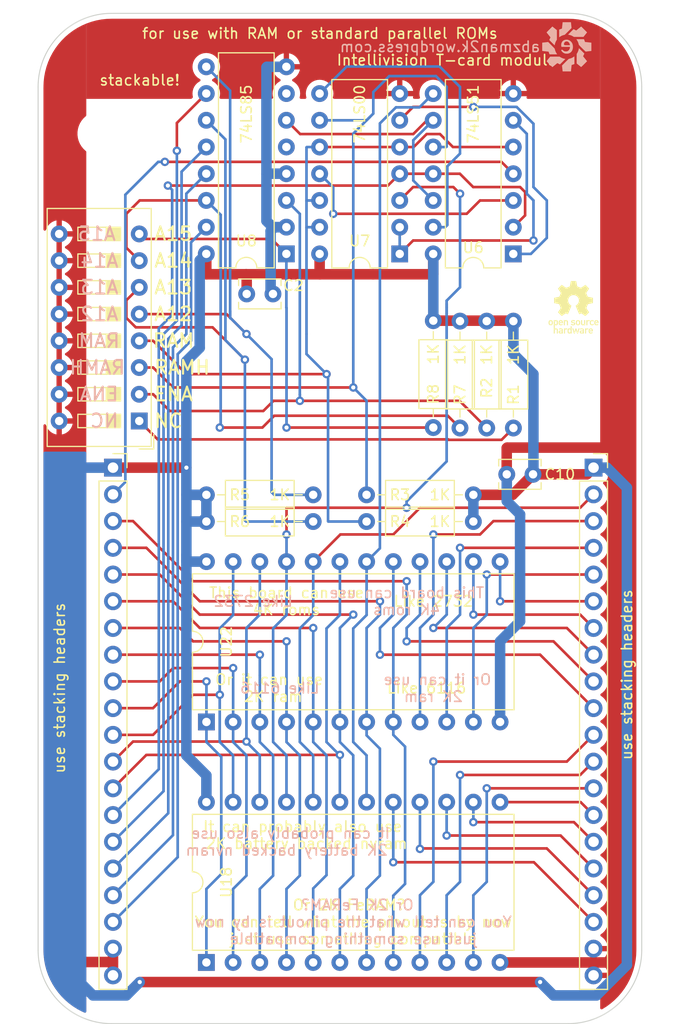
<source format=kicad_pcb>
(kicad_pcb (version 20211014) (generator pcbnew)
  (layers (0 "F.Cu" signal) (31 "B.Cu" signal) (34 "B.Paste" user) (35 "F.Paste" user) (36 "B.SilkS" user "B.Silkscreen") (37 "F.SilkS" user "F.Silkscreen") (38 "B.Mask" user) (39 "F.Mask" user) (44 "Edge.Cuts" user))
  (net 0 "")
  (net 1 "+5V")
  (net 2 "GND")
  (net 3 "d7")
  (net 4 "d8")
  (net 5 "d6")
  (net 6 "d9")
  (net 7 "d5")
  (net 8 "d10")
  (net 9 "d4")
  (net 10 "d11")
  (net 11 "d3")
  (net 12 "d12")
  (net 13 "d13")
  (net 14 "d2")
  (net 15 "d14")
  (net 16 "d1")
  (net 17 "d0")
  (net 18 "d15")
  (net 19 "Net-(R1-Pad2)")
  (net 20 "/Rom Section Intellivision 1/ena")
  (net 21 "/Rom Section Intellivision 1/ramh")
  (net 22 "/Rom Section Intellivision 1/ram")
  (net 23 "Net-(R5-Pad2)")
  (net 24 "Net-(R6-Pad2)")
  (net 25 "Net-(R7-Pad2)")
  (net 26 "Net-(R8-Pad2)")
  (net 27 "a8")
  (net 28 "a12")
  (net 29 "a9")
  (net 30 "a13")
  (net 31 "a10")
  (net 32 "a14")
  (net 33 "a11")
  (net 34 "a15")
  (net 35 "a0")
  (net 36 "a4")
  (net 37 "a1")
  (net 38 "a5")
  (net 39 "a2")
  (net 40 "a6")
  (net 41 "a3")
  (net 42 "a7")
  (net 43 "/Rom Section Intellivision 1/DW")
  (net 44 "/Rom Section Intellivision 1/DWS or BAR")
  (net 45 "Net-(U6-Pad6)")
  (net 46 "Net-(U18-Pad18)")
  (net 47 "Net-(U18-Pad21)")
  (net 48 "Net-(U6-Pad1)")
  (net 49 "Net-(U6-Pad12)")
  (net 50 "Net-(U6-Pad3)")
  (net 51 "Net-(U6-Pad13)")
  (footprint "Resistor_THT:R_Axial_DIN0207_L6.3mm_D2.5mm_P10.16mm_Horizontal" (layer "F.Cu") (at 105.405 66.0825)
    (fp_text reference "R6")
    (fp_text value "1K")
  )
  (footprint "Resistor_THT:R_Axial_DIN0207_L6.3mm_D2.5mm_P10.16mm_Horizontal" (layer "F.Cu") (at 134.615 47.0325 -90)
    (fp_text reference "R1")
    (fp_text value "1K")
  )
  (footprint "Resistor_THT:R_Axial_DIN0207_L6.3mm_D2.5mm_P10.16mm_Horizontal" (layer "F.Cu") (at 132.075 47.0325 -90)
    (fp_text reference "R2")
    (fp_text value "1K")
  )
  (footprint "MountingHole:MountingHole_3.2mm_M3" (layer "F.Cu") (at 95.25 29.21)
    (fp_text reference "REF**" hide)
    (fp_text value "MountingHole_3.2mm_M3")
  )
  (footprint "MountingHole:MountingHole_3.2mm_M3" (layer "F.Cu") (at 140.335 29.21)
    (fp_text reference "REF**" hide)
    (fp_text value "MountingHole_3.2mm_M3")
  )
  (footprint "Capacitor_THT:C_Disc_D3.8mm_W2.6mm_P2.50mm" (layer "F.Cu") (at 109.24 44.45)
    (fp_text reference "C2")
    (fp_text value "100nF")
  )
  (footprint "Package_DIP:DIP-24_W15.24mm" (layer "F.Cu") (at 105.405 107.9925 90)
    (fp_text reference "U18")
    (fp_text value "2732")
  )
  (footprint "Package_DIP:DIP-16_W7.62mm" (layer "F.Cu") (at 113.015 40.64 180)
    (fp_text reference "U8")
    (fp_text value "74LS85")
  )
  (footprint "Connector_PinSocket_2.54mm:PinSocket_1x20_P2.54mm_Vertical" (layer "F.Cu") (at 142.24 60.96)
    (fp_text reference "J2" hide)
    (fp_text value "Conn_01x20")
  )
  (footprint "Resistor_THT:R_Axial_DIN0207_L6.3mm_D2.5mm_P10.16mm_Horizontal" (layer "F.Cu") (at 130.805 63.5425 180)
    (fp_text reference "R3")
    (fp_text value "1K")
  )
  (footprint "Resistor_THT:R_Axial_DIN0207_L6.3mm_D2.5mm_P10.16mm_Horizontal" (layer "F.Cu") (at 130.805 66.0825 180)
    (fp_text reference "R4")
    (fp_text value "1K")
  )
  (footprint "Package_DIP:DIP-24_W15.24mm" (layer "F.Cu") (at 105.41 85.1325 90)
    (fp_text reference "U22")
    (fp_text value "2732")
  )
  (footprint "Button_Switch_THT:SW_DIP_SPSTx08_Slide_9.78x22.5mm_W7.62mm_P2.54mm" (layer "F.Cu") (at 99.0175 56.525 180)
    (fp_text reference "SW1" hide)
    (fp_text value "SW_DIP_x08")
  )
  (footprint "Resistor_THT:R_Axial_DIN0207_L6.3mm_D2.5mm_P10.16mm_Horizontal" (layer "F.Cu") (at 126.995 46.99 -90)
    (fp_text reference "R8")
    (fp_text value "1K")
  )
  (footprint "Package_DIP:DIP-14_W7.62mm" (layer "F.Cu") (at 134.605 40.645 180)
    (fp_text reference "U6")
    (fp_text value "74LS51")
  )
  (footprint "Capacitor_THT:C_Disc_D3.8mm_W2.6mm_P2.50mm" (layer "F.Cu") (at 136.485 61.595 180)
    (fp_text reference "C10")
    (fp_text value "100nF")
  )
  (footprint "Connector_PinSocket_2.54mm:PinSocket_1x20_P2.54mm_Vertical" (layer "F.Cu") (at 96.52 60.96)
    (fp_text reference "J3" hide)
    (fp_text value "Conn_01x20")
  )
  (footprint "Resistor_THT:R_Axial_DIN0207_L6.3mm_D2.5mm_P10.16mm_Horizontal" (layer "F.Cu") (at 105.405 63.5425)
    (fp_text reference "R5")
    (fp_text value "1K")
  )
  (footprint "Resistor_THT:R_Axial_DIN0207_L6.3mm_D2.5mm_P10.16mm_Horizontal" (layer "F.Cu") (at 129.535 47.0325 -90)
    (fp_text reference "R7")
    (fp_text value "1K")
  )
  (footprint "Evan's misc parts:OSHW gear" (layer "F.Cu") (at 140.335 45.72)
    (fp_text reference "G***" hide)
    (fp_text value "LOGO" hide)
  )
  (footprint "Package_DIP:DIP-14_W7.62mm" (layer "F.Cu") (at 123.8 40.645 180)
    (fp_text reference "U7")
    (fp_text value "74LS00")
  )
  (footprint "Evan's misc parts:Evan Logo" (layer "B.Cu") (at 139.7 20.955 180)
    (fp_text reference "G***" hide)
    (fp_text value "LOGO" hide)
  )
  (gr_arc (start 139.840859 17.78) (mid 144.78 19.825859) (end 146.825859 24.765) (layer "Edge.Cuts") (width 0.1))
  (gr_arc (start 96.379141 113.805859) (mid 91.44 111.76) (end 89.394141 106.820859) (layer "Edge.Cuts") (width 0.1))
  (gr_line (start 96.379141 17.78) (end 139.840859 17.78) (layer "Edge.Cuts") (width 0.1))
  (gr_arc (start 146.825859 106.820859) (mid 144.78 111.76) (end 139.840859 113.805859) (layer "Edge.Cuts") (width 0.1))
  (gr_line (start 89.394141 106.820859) (end 89.394141 24.765) (layer "Edge.Cuts") (width 0.1))
  (gr_line (start 139.840859 113.805859) (end 96.379141 113.805859) (layer "Edge.Cuts") (width 0.1))
  (gr_line (start 146.825859 24.765) (end 146.825859 106.820859) (layer "Edge.Cuts") (width 0.1))
  (gr_arc (start 89.394141 24.765) (mid 91.44 19.825859) (end 96.379141 17.78) (layer "Edge.Cuts") (width 0.1))
  (gr_text "RAMH" (at 97.79 51.435) (layer "B.SilkS") (effects (font (size 1.3 1.3) (thickness 0.2)) (justify left mirror)))
  (gr_text "Like 2732" (at 109.855 73.66) (layer "B.SilkS") (effects (font (size 1 1)) (justify mirror)))
  (gr_text "A12" (at 97.155 46.355) (layer "B.SilkS") (effects (font (size 1.3 1.3) (thickness 0.2)) (justify left mirror)))
  (gr_text "ENA" (at 97.155 53.975) (layer "B.SilkS") (effects (font (size 1.3 1.3) (thickness 0.2)) (justify left mirror)))
  (gr_text "This board can use\n4K roms" (at 124.46 73.66) (layer "B.SilkS") (effects (font (size 1 1)) (justify mirror)))
  (gr_text "It can probably also use \n2K battery backed nvram" (at 113.03 96.52) (layer "B.SilkS") (effects (font (size 1 1)) (justify mirror)))
  (gr_text "A14" (at 97.155 41.275) (layer "B.SilkS") (effects (font (size 1.3 1.3) (thickness 0.2)) (justify left mirror)))
  (gr_text "RAM" (at 97.285 48.895) (layer "B.SilkS") (effects (font (size 1.3 1.3) (thickness 0.2)) (justify left mirror)))
  (gr_text "Like 6116" (at 112.39 81.915) (layer "B.SilkS") (effects (font (size 1 1)) (justify mirror)))
  (gr_text "abzman2k.wordpress.com" (at 127.635 20.955) (layer "B.SilkS") (effects (font (size 1 1)) (justify mirror)))
  (gr_text "Or it can use \n2K ram" (at 126.995 81.915) (layer "B.SilkS") (effects (font (size 1 1)) (justify mirror)))
  (gr_text "A13" (at 97.155 43.815) (layer "B.SilkS") (effects (font (size 1.3 1.3) (thickness 0.2)) (justify left mirror)))
  (gr_text "A15" (at 96.903096 38.735) (layer "B.SilkS") (effects (font (size 1.3 1.3) (thickness 0.2)) (justify left mirror)))
  (gr_text "Or 2K FeRAM? \nYou can tell what the pinout is by now\njust use something compatible" (at 119.38 104.14) (layer "B.SilkS") (effects (font (size 1 1)) (justify mirror)))
  (gr_text "NC" (at 97.155 56.515) (layer "B.SilkS") (effects (font (size 1.3 1.3) (thickness 0.2)) (justify left mirror)))
  (gr_text "Like 6116" (at 126.365 81.915) (layer "F.SilkS") (effects (font (size 1 1))))
  (gr_text "A13" (at 100.33 43.815) (layer "F.SilkS") (effects (font (size 1.3 1.3) (thickness 0.2)) (justify left)))
  (gr_text "ENA" (at 100.33 53.975) (layer "F.SilkS") (effects (font (size 1.3 1.3) (thickness 0.2)) (justify left)))
  (gr_text "A15" (at 100.33 38.735) (layer "F.SilkS") (effects (font (size 1.3 1.3) (thickness 0.2)) (justify left)))
  (gr_text "stackable!" (at 99.06 24.13) (layer "F.SilkS") (effects (font (size 1 1))))
  (gr_text "Like 2732" (at 127 73.66) (layer "F.SilkS") (effects (font (size 1 1))))
  (gr_text "A14" (at 100.33 41.275) (layer "F.SilkS") (effects (font (size 1.3 1.3) (thickness 0.2)) (justify left)))
  (gr_text "Or it can use \n2K ram" (at 111.76 81.915) (layer "F.SilkS") (effects (font (size 1 1))))
  (gr_text "for use with RAM or standard parallel ROMs" (at 116.205 19.685) (layer "F.SilkS") (effects (font (size 1 1))))
  (gr_text "A12" (at 100.33 46.355) (layer "F.SilkS") (effects (font (size 1.3 1.3) (thickness 0.2)) (justify left)))
  (gr_text "Or 2K FeRAM? \nYou can tell what the pinout is by now\njust use something compatible" (at 119.375 104.14) (layer "F.SilkS") (effects (font (size 1 1))))
  (gr_text "RAMH" (at 100.33 51.435) (layer "F.SilkS") (effects (font (size 1.3 1.3) (thickness 0.2)) (justify left)))
  (gr_text "use stacking headers" (at 91.44 81.915 90) (layer "F.SilkS") (effects (font (size 1 1))))
  (gr_text "Intellivision T-card module" (at 128.27 22.225) (layer "F.SilkS") (effects (font (size 1 1))))
  (gr_text "NC" (at 100.33 56.515) (layer "F.SilkS") (effects (font (size 1.3 1.3) (thickness 0.2)) (justify left)))
  (gr_text "It can probably also use \n2K battery backed nvram" (at 114.935 95.885) (layer "F.SilkS") (effects (font (size 1 1))))
  (gr_text "use stacking headers" (at 145.415 80.645 90) (layer "F.SilkS") (effects (font (size 1 1))))
  (gr_text "This board can use\n4K roms" (at 113.03 73.66) (layer "F.SilkS") (effects (font (size 1 1))))
  (gr_text "RAM" (at 100.2 48.895) (layer "F.SilkS") (effects (font (size 1.3 1.3) (thickness 0.2)) (justify left)))
  (segment (start 137.16 109.855) (end 99.06 109.855) (width 1) (layer "F.Cu") (net 1))
  (segment (start 126.985 40.645) (end 126.985 42.5775) (width 1) (layer "F.Cu") (net 1))
  (segment (start 109.1875 42.5775) (end 105.415 42.5775) (width 1) (layer "F.Cu") (net 1))
  (segment (start 116.18 42.5475) (end 116.21 42.5775) (width 1) (layer "F.Cu") (net 1))
  (segment (start 116.21 42.5775) (end 109.1875 42.5775) (width 1) (layer "F.Cu") (net 1))
  (segment (start 130.805 63.5425) (end 134.5375 63.5425) (width 1) (layer "F.Cu") (net 1))
  (segment (start 105.395 40.64) (end 105.395 42.5575) (width 1) (layer "F.Cu") (net 1))
  (segment (start 105.395 42.5575) (end 105.415 42.5775) (width 1) (layer "F.Cu") (net 1))
  (segment (start 109.1875 42.5775) (end 109.24 42.63) (width 1) (layer "F.Cu") (net 1))
  (segment (start 136.485 61.595) (end 141.605 61.595) (width 1) (layer "F.Cu") (net 1))
  (segment (start 121.27 42.5775) (end 116.21 42.5775) (width 1) (layer "F.Cu") (net 1))
  (segment (start 96.52 60.96) (end 103.505 60.96) (width 1) (layer "F.Cu") (net 1))
  (segment (start 126.995 46.99) (end 134.615 46.99) (width 1) (layer "F.Cu") (net 1))
  (segment (start 116.18 40.645) (end 116.18 42.5475) (width 1) (layer "F.Cu") (net 1))
  (segment (start 126.985 42.5775) (end 121.27 42.5775) (width 1) (layer "F.Cu") (net 1))
  (segment (start 141.605 61.595) (end 142.24 60.96) (width 1) (layer "F.Cu") (net 1))
  (segment (start 109.24 42.63) (end 109.24 44.45) (width 1) (layer "F.Cu") (net 1))
  (segment (start 134.5375 63.5425) (end 136.485 61.595) (width 1) (layer "F.Cu") (net 1))
  (via (at 103.505 60.96) (size 0.8) (drill 0.4) (layers "F.Cu" "B.Cu") (net 1))
  (via (at 137.16 109.855) (size 0.8) (drill 0.4) (layers "F.Cu" "B.Cu") (net 1))
  (via (at 99.06 109.855) (size 0.8) (drill 0.4) (layers "F.Cu" "B.Cu") (net 1))
  (segment (start 103.5 63.5425) (end 103.5 50.8425) (width 1) (layer "B.Cu") (net 1))
  (segment (start 105.405 90.2125) (end 104.135 88.9425) (width 1) (layer "B.Cu") (net 1))
  (segment (start 103.5 66.0825) (end 103.5 69.2575) (width 1) (layer "B.Cu") (net 1))
  (segment (start 145.415 106.045) (end 145.415 108.236341) (width 1) (layer "B.Cu") (net 1))
  (segment (start 136.52 52.065) (end 136.52 59.06) (width 1) (layer "B.Cu") (net 1))
  (segment (start 134.615 50.16) (end 134.615 47.0325) (width 1) (layer "B.Cu") (net 1))
  (segment (start 105.405 63.5425) (end 105.405 66.0825) (width 1) (layer "B.Cu") (net 1))
  (segment (start 103.5 88.3075) (end 104.135 88.9425) (width 1) (layer "B.Cu") (net 1))
  (segment (start 105.405 66.0825) (end 103.5 66.0825) (width 1) (layer "B.Cu") (net 1))
  (segment (start 145.415 108.236341) (end 142.526341 111.125) (width 1) (layer "B.Cu") (net 1))
  (segment (start 138.43 111.125) (end 137.16 109.855) (width 1) (layer "B.Cu") (net 1))
  (segment (start 103.5 69.2575) (end 103.5 88.3075) (width 1) (layer "B.Cu") (net 1))
  (segment (start 104.77 49.5725) (end 104.77 41.265) (width 1) (layer "B.Cu") (net 1))
  (segment (start 105.405 63.5425) (end 103.5 63.5425) (width 1) (layer "B.Cu") (net 1))
  (segment (start 103.5 50.8425) (end 104.77 49.5725) (width 1) (layer "B.Cu") (net 1))
  (segment (start 96.52 60.96) (end 92.71 60.96) (width 1) (layer "B.Cu") (net 1))
  (segment (start 136.52 61.56) (end 136.485 61.595) (width 1) (layer "B.Cu") (net 1))
  (segment (start 145.415 62.865) (end 145.415 106.045) (width 1) (layer "B.Cu") (net 1))
  (segment (start 105.405 92.7525) (end 105.405 90.2125) (width 1) (layer "B.Cu") (net 1))
  (segment (start 104.77 41.265) (end 105.395 40.64) (width 1) (layer "B.Cu") (net 1))
  (segment (start 136.52 52.065) (end 134.615 50.16) (width 1) (layer "B.Cu") (net 1))
  (segment (start 103.5 69.2575) (end 103.5 69.8925) (width 1) (layer "B.Cu") (net 1))
  (segment (start 126.995 40.655) (end 126.985 40.645) (width 1) (layer "B.Cu") (net 1))
  (segment (start 103.5 69.8925) (end 105.41 69.8925) (width 1) (layer "B.Cu") (net 1))
  (segment (start 142.24 60.96) (end 143.51 60.96) (width 1) (layer "B.Cu") (net 1))
  (segment (start 103.5 63.5425) (end 103.5 66.0825) (width 1) (layer "B.Cu") (net 1))
  (segment (start 126.995 46.99) (end 126.995 40.655) (width 1) (layer "B.Cu") (net 1))
  (segment (start 97.79 111.125) (end 94.615 111.125) (width 1) (layer "B.Cu") (net 1))
  (segment (start 130.805 63.5425) (end 130.805 66.0825) (width 1) (layer "B.Cu") (net 1))
  (segment (start 136.52 59.06) (end 136.52 61.56) (width 1) (layer "B.Cu") (net 1))
  (segment (start 94.615 111.125) (end 92.71 109.22) (width 1) (layer "B.Cu") (net 1))
  (segment (start 143.51 60.96) (end 145.415 62.865) (width 1) (layer "B.Cu") (net 1))
  (segment (start 99.06 109.855) (end 97.79 111.125) (width 1) (layer "B.Cu") (net 1))
  (segment (start 142.526341 111.125) (end 138.43 111.125) (width 1) (layer "B.Cu") (net 1))
  (segment (start 133.345 107.9925) (end 144.7375 107.9925) (width 1) (layer "F.Cu") (net 2))
  (segment (start 96.52 107.95) (end 92.075 107.95) (width 1) (layer "F.Cu") (net 2))
  (segment (start 96.52 109.22) (end 96.52 107.95) (width 1) (layer "F.Cu") (net 2))
  (segment (start 134.0225 59.055) (end 144.78 59.055) (width 1) (layer "F.Cu") (net 2))
  (segment (start 133.98 59.0975) (end 133.978469 59.099031) (width 1) (layer "F.Cu") (net 2))
  (segment (start 133.98 61.6375) (end 133.98 59.0975) (width 1) (layer "F.Cu") (net 2))
  (segment (start 133.978469 59.099031) (end 134.0225 59.055) (width 1) (layer "F.Cu") (net 2))
  (segment (start 96.52 107.95) (end 96.52 106.68) (width 1) (layer "F.Cu") (net 2))
  (segment (start 111.515489 44.225489) (end 111.74 44.45) (width 1) (layer "B.Cu") (net 2))
  (segment (start 113.015 38.1) (end 111.7125 38.1) (width 1) (layer "B.Cu") (net 2))
  (segment (start 113.015 33.02) (end 111.1625 33.02) (width 1) (layer "B.Cu") (net 2))
  (segment (start 111.12 33.0625) (end 111.12 37.5075) (width 1) (layer "B.Cu") (net 2))
  (segment (start 133.985 64.135) (end 133.985 61.595) (width 1) (layer "B.Cu") (net 2))
  (segment (start 111.7125 38.1) (end 111.12 37.5075) (width 1) (layer "B.Cu") (net 2))
  (segment (start 133.35 85.1325) (end 133.35 77.47) (width 1) (layer "B.Cu") (net 2))
  (segment (start 111.515489 38.468141) (end 111.515489 44.225489) (width 1) (layer "B.Cu") (net 2))
  (segment (start 113.015 22.86) (end 111.1625 22.86) (width 1) (layer "B.Cu") (net 2))
  (segment (start 135.25 75.57) (end 135.25 65.4) (width 1) (layer "B.Cu") (net 2))
  (segment (start 135.25 65.4) (end 133.985 64.135) (width 1) (layer "B.Cu") (net 2))
  (segment (start 113.015 38.1) (end 111.88363 38.1) (width 1) (layer "B.Cu") (net 2))
  (segment (start 111.1625 22.86) (end 111.12 22.9025) (width 1) (layer "B.Cu") (net 2))
  (segment (start 111.88363 38.1) (end 111.515489 38.468141) (width 1) (layer "B.Cu") (net 2))
  (segment (start 111.12 22.9025) (end 111.12 33.0625) (width 1) (layer "B.Cu") (net 2))
  (segment (start 133.35 77.47) (end 135.25 75.57) (width 1) (layer "B.Cu") (net 2))
  (segment (start 111.1625 33.02) (end 111.12 33.0625) (width 1) (layer "B.Cu") (net 2))
  (segment (start 137.16 78.74) (end 121.92 78.74) (width 0.25) (layer "F.Cu") (net 3))
  (segment (start 142.24 83.82) (end 137.16 78.74) (width 0.25) (layer "F.Cu") (net 3))
  (via (at 121.92 78.74) (size 0.8) (drill 0.4) (layers "F.Cu" "B.Cu") (net 3))
  (segment (start 121.92 76.2) (end 123.19 74.93) (width 0.25) (layer "B.Cu") (net 3))
  (segment (start 123.19 74.93) (end 123.19 69.8925) (width 0.25) (layer "B.Cu") (net 3))
  (segment (start 121.92 78.74) (end 121.92 76.2) (width 0.25) (layer "B.Cu") (net 3))
  (segment (start 139.7 88.9) (end 142.24 86.36) (width 0.25) (layer "F.Cu") (net 4))
  (segment (start 127 88.9) (end 139.7 88.9) (width 0.25) (layer "F.Cu") (net 4))
  (via (at 127 88.9) (size 0.8) (drill 0.4) (layers "F.Cu" "B.Cu") (net 4))
  (segment (start 125.725 101.605) (end 127 100.33) (width 0.25) (layer "B.Cu") (net 4))
  (segment (start 125.725 107.9925) (end 125.725 101.605) (width 0.25) (layer "B.Cu") (net 4))
  (segment (start 127 100.33) (end 127 88.9) (width 0.25) (layer "B.Cu") (net 4))
  (segment (start 142.24 81.28) (end 138.43 77.47) (width 0.25) (layer "F.Cu") (net 5))
  (segment (start 138.43 77.47) (end 124.46 77.47) (width 0.25) (layer "F.Cu") (net 5))
  (via (at 124.46 77.47) (size 0.8) (drill 0.4) (layers "F.Cu" "B.Cu") (net 5))
  (segment (start 125.73 74.93) (end 124.46 76.2) (width 0.25) (layer "B.Cu") (net 5))
  (segment (start 125.73 69.8925) (end 125.73 74.93) (width 0.25) (layer "B.Cu") (net 5))
  (segment (start 124.46 77.47) (end 124.46 76.2) (width 0.25) (layer "B.Cu") (net 5))
  (segment (start 129.54 90.17) (end 140.97 90.17) (width 0.25) (layer "F.Cu") (net 6))
  (segment (start 140.97 90.17) (end 142.24 88.9) (width 0.25) (layer "F.Cu") (net 6))
  (via (at 129.54 90.17) (size 0.8) (drill 0.4) (layers "F.Cu" "B.Cu") (net 6))
  (segment (start 128.265 101.605) (end 129.54 100.33) (width 0.25) (layer "B.Cu") (net 6))
  (segment (start 129.54 100.33) (end 129.54 90.17) (width 0.25) (layer "B.Cu") (net 6))
  (segment (start 128.265 107.9925) (end 128.265 101.605) (width 0.25) (layer "B.Cu") (net 6))
  (segment (start 139.7 76.2) (end 127 76.2) (width 0.25) (layer "F.Cu") (net 7))
  (segment (start 142.24 78.74) (end 139.7 76.2) (width 0.25) (layer "F.Cu") (net 7))
  (via (at 127 76.2) (size 0.8) (drill 0.4) (layers "F.Cu" "B.Cu") (net 7))
  (segment (start 128.27 74.93) (end 127 76.2) (width 0.25) (layer "B.Cu") (net 7))
  (segment (start 128.27 69.8925) (end 128.27 74.93) (width 0.25) (layer "B.Cu") (net 7))
  (segment (start 132.08 91.44) (end 142.24 91.44) (width 0.25) (layer "F.Cu") (net 8))
  (via (at 132.08 91.44) (size 0.8) (drill 0.4) (layers "F.Cu" "B.Cu") (net 8))
  (segment (start 130.805 101.605) (end 132.08 100.33) (width 0.25) (layer "B.Cu") (net 8))
  (segment (start 132.08 100.33) (end 132.08 91.44) (width 0.25) (layer "B.Cu") (net 8))
  (segment (start 130.805 107.9925) (end 130.805 101.605) (width 0.25) (layer "B.Cu") (net 8))
  (segment (start 140.97 74.93) (end 130.81 74.93) (width 0.25) (layer "F.Cu") (net 9))
  (segment (start 142.24 76.2) (end 140.97 74.93) (width 0.25) (layer "F.Cu") (net 9))
  (via (at 130.81 74.93) (size 0.8) (drill 0.4) (layers "F.Cu" "B.Cu") (net 9))
  (segment (start 130.81 69.8925) (end 130.81 74.93) (width 0.25) (layer "B.Cu") (net 9))
  (segment (start 133.345 92.7525) (end 141.0125 92.7525) (width 0.25) (layer "F.Cu") (net 10))
  (segment (start 141.0125 92.7525) (end 142.24 93.98) (width 0.25) (layer "F.Cu") (net 10))
  (segment (start 133.35 73.66) (end 142.24 73.66) (width 0.25) (layer "F.Cu") (net 11))
  (via (at 133.35 73.66) (size 0.8) (drill 0.4) (layers "F.Cu" "B.Cu") (net 11))
  (segment (start 133.35 69.8925) (end 133.35 73.66) (width 0.25) (layer "B.Cu") (net 11))
  (segment (start 140.3775 94.6575) (end 142.24 96.52) (width 0.25) (layer "F.Cu") (net 12))
  (segment (start 130.805 94.6575) (end 140.3775 94.6575) (width 0.25) (layer "F.Cu") (net 12))
  (via (at 130.805 94.6575) (size 0.8) (drill 0.4) (layers "F.Cu" "B.Cu") (net 12))
  (segment (start 130.805 92.7525) (end 130.805 94.6575) (width 0.25) (layer "B.Cu") (net 12))
  (segment (start 128.265 95.9275) (end 139.1075 95.9275) (width 0.25) (layer "F.Cu") (net 13))
  (segment (start 139.1075 95.9275) (end 142.24 99.06) (width 0.25) (layer "F.Cu") (net 13))
  (via (at 128.265 95.9275) (size 0.8) (drill 0.4) (layers "F.Cu" "B.Cu") (net 13))
  (segment (start 128.265 92.7525) (end 128.265 95.9275) (width 0.25) (layer "B.Cu") (net 13))
  (segment (start 132.08 71.12) (end 142.24 71.12) (width 0.25) (layer "F.Cu") (net 14))
  (via (at 132.08 71.12) (size 0.8) (drill 0.4) (layers "F.Cu" "B.Cu") (net 14))
  (segment (start 130.81 76.2) (end 132.08 74.93) (width 0.25) (layer "B.Cu") (net 14))
  (segment (start 132.08 74.93) (end 132.08 71.12) (width 0.25) (layer "B.Cu") (net 14))
  (segment (start 130.81 85.1325) (end 130.81 76.2) (width 0.25) (layer "B.Cu") (net 14))
  (segment (start 125.7675 97.155) (end 137.795 97.155) (width 0.25) (layer "F.Cu") (net 15))
  (segment (start 137.795 97.155) (end 142.24 101.6) (width 0.25) (layer "F.Cu") (net 15))
  (segment (start 125.725 97.1975) (end 125.7675 97.155) (width 0.25) (layer "F.Cu") (net 15))
  (via (at 125.725 97.1975) (size 0.8) (drill 0.4) (layers "F.Cu" "B.Cu") (net 15))
  (segment (start 125.725 92.7525) (end 125.725 97.1975) (width 0.25) (layer "B.Cu") (net 15))
  (segment (start 129.54 68.58) (end 142.24 68.58) (width 0.25) (layer "F.Cu") (net 16))
  (via (at 129.54 68.58) (size 0.8) (drill 0.4) (layers "F.Cu" "B.Cu") (net 16))
  (segment (start 129.54 74.93) (end 129.54 68.58) (width 0.25) (layer "B.Cu") (net 16))
  (segment (start 128.27 76.2) (end 129.54 74.93) (width 0.25) (layer "B.Cu") (net 16))
  (segment (start 128.27 85.1325) (end 128.27 76.2) (width 0.25) (layer "B.Cu") (net 16))
  (segment (start 131.445 67.31) (end 127 67.31) (width 0.25) (layer "F.Cu") (net 17))
  (segment (start 142.24 66.04) (end 132.715 66.04) (width 0.25) (layer "F.Cu") (net 17))
  (segment (start 132.715 66.04) (end 131.445 67.31) (width 0.25) (layer "F.Cu") (net 17))
  (via (at 127 67.31) (size 0.8) (drill 0.4) (layers "F.Cu" "B.Cu") (net 17))
  (segment (start 127 74.93) (end 127 67.31) (width 0.25) (layer "B.Cu") (net 17))
  (segment (start 125.73 76.2) (end 127 74.93) (width 0.25) (layer "B.Cu") (net 17))
  (segment (start 125.73 85.1325) (end 125.73 76.2) (width 0.25) (layer "B.Cu") (net 17))
  (segment (start 136.5675 98.4675) (end 142.24 104.14) (width 0.25) (layer "F.Cu") (net 18))
  (segment (start 123.185 98.4675) (end 136.5675 98.4675) (width 0.25) (layer "F.Cu") (net 18))
  (via (at 123.185 98.4675) (size 0.8) (drill 0.4) (layers "F.Cu" "B.Cu") (net 18))
  (segment (start 123.185 92.7525) (end 123.185 98.4675) (width 0.25) (layer "B.Cu") (net 18))
  (segment (start 99.0175 56.525) (end 100.767011 58.274511) (width 0.25) (layer "F.Cu") (net 19))
  (segment (start 128.457989 58.317011) (end 133.490489 58.317011) (width 0.25) (layer "F.Cu") (net 19))
  (segment (start 133.490489 58.317011) (end 134.615 57.1925) (width 0.25) (layer "F.Cu") (net 19))
  (segment (start 100.767011 58.274511) (end 128.415489 58.274511) (width 0.25) (layer "F.Cu") (net 19))
  (segment (start 128.415489 58.274511) (end 128.457989 58.317011) (width 0.25) (layer "F.Cu") (net 19))
  (segment (start 99.0175 53.985) (end 100.34 53.985) (width 0.25) (layer "F.Cu") (net 20))
  (segment (start 100.34 53.985) (end 101.930969 55.575969) (width 0.25) (layer "F.Cu") (net 20))
  (segment (start 110.820969 55.575969) (end 111.786938 54.61) (width 0.25) (layer "F.Cu") (net 20))
  (segment (start 129.4925 54.61) (end 132.075 57.1925) (width 0.25) (layer "F.Cu") (net 20))
  (segment (start 111.786938 54.61) (end 114.3 54.61) (width 0.25) (layer "F.Cu") (net 20))
  (segment (start 101.930969 55.575969) (end 110.820969 55.575969) (width 0.25) (layer "F.Cu") (net 20))
  (segment (start 114.3 54.61) (end 129.4925 54.61) (width 0.25) (layer "F.Cu") (net 20))
  (via (at 114.3 54.61) (size 0.8) (drill 0.4) (layers "F.Cu" "B.Cu") (net 20))
  (segment (start 114.3 54.61) (end 114.3 54.0225) (width 0.25) (layer "B.Cu") (net 20))
  (segment (start 113.015 35.56) (end 114.295 36.84) (width 0.25) (layer "B.Cu") (net 20))
  (segment (start 114.3 54.0225) (end 114.295 54.0175) (width 0.25) (layer "B.Cu") (net 20))
  (segment (start 114.295 36.84) (end 114.295 54.0175) (width 0.25) (layer "B.Cu") (net 20))
  (segment (start 102.235 53.34) (end 119.38 53.34) (width 0.25) (layer "F.Cu") (net 21))
  (segment (start 100.34 51.445) (end 102.235 53.34) (width 0.25) (layer "F.Cu") (net 21))
  (segment (start 99.0175 51.445) (end 100.34 51.445) (width 0.25) (layer "F.Cu") (net 21))
  (via (at 119.38 53.34) (size 0.8) (drill 0.4) (layers "F.Cu" "B.Cu") (net 21))
  (segment (start 120.645 54.605) (end 120.645 63.5425) (width 0.25) (layer "B.Cu") (net 21))
  (segment (start 120.645 54.605) (end 119.38 53.34) (width 0.25) (layer "B.Cu") (net 21))
  (segment (start 119.38 49.53) (end 119.38 29.21) (width 0.25) (layer "B.Cu") (net 21))
  (segment (start 120.9675 27.6225) (end 121.285 27.305) (width 0.25) (layer "B.Cu") (net 21))
  (segment (start 120.645 27.945) (end 120.9675 27.6225) (width 0.25) (layer "B.Cu") (net 21))
  (segment (start 128.265 24.76) (end 127.2475 23.7425) (width 0.25) (layer "B.Cu") (net 21))
  (segment (start 119.38 29.21) (end 120.9675 27.6225) (width 0.25) (layer "B.Cu") (net 21))
  (segment (start 127.2475 23.7425) (end 122.8025 23.7425) (width 0.25) (layer "B.Cu") (net 21))
  (segment (start 116.18 27.945) (end 120.645 27.945) (width 0.25) (layer "B.Cu") (net 21))
  (segment (start 122.8025 23.7425) (end 121.285 25.26) (width 0.25) (layer "B.Cu") (net 21))
  (segment (start 128.265 30.4475) (end 128.265 24.76) (width 0.25) (layer "B.Cu") (net 21))
  (segment (start 128.2275 30.485) (end 128.265 30.4475) (width 0.25) (layer "B.Cu") (net 21))
  (segment (start 121.285 25.26) (end 121.285 27.305) (width 0.25) (layer "B.Cu") (net 21))
  (segment (start 119.38 53.34) (end 119.38 49.53) (width 0.25) (layer "B.Cu") (net 21))
  (segment (start 126.985 30.485) (end 128.2275 30.485) (width 0.25) (layer "B.Cu") (net 21))
  (segment (start 100.34 48.905) (end 103.505 52.07) (width 0.25) (layer "F.Cu") (net 22))
  (segment (start 125.1275 30.485) (end 123.8 30.485) (width 0.25) (layer "F.Cu") (net 22))
  (segment (start 128.8625 30.485) (end 127.63 29.2525) (width 0.25) (layer "F.Cu") (net 22))
  (segment (start 103.505 52.07) (end 116.84 52.07) (width 0.25) (layer "F.Cu") (net 22))
  (segment (start 116.18 30.485) (end 123.8 30.485) (width 0.25) (layer "F.Cu") (net 22))
  (segment (start 127.63 29.2525) (end 126.36 29.2525) (width 0.25) (layer "F.Cu") (net 22))
  (segment (start 126.36 29.2525) (end 125.1275 30.485) (width 0.25) (layer "F.Cu") (net 22))
  (segment (start 134.605 30.485) (end 128.8625 30.485) (width 0.25) (layer "F.Cu") (net 22))
  (segment (start 99.0175 48.905) (end 100.34 48.905) (width 0.25) (layer "F.Cu") (net 22))
  (via (at 116.84 52.07) (size 0.8) (drill 0.4) (layers "F.Cu" "B.Cu") (net 22))
  (segment (start 116.980489 53.527989) (end 116.980489 52.210489) (width 0.25) (layer "B.Cu") (net 22))
  (segment (start 114.93 38.1425) (end 114.93 48.265) (width 0.25) (layer "B.Cu") (net 22))
  (segment (start 116.980489 66.052989) (end 117.01 66.0825) (width 0.25) (layer "B.Cu") (net 22))
  (segment (start 114.9675 30.485) (end 114.93 30.5225) (width 0.25) (layer "B.Cu") (net 22))
  (segment (start 114.93 50.16) (end 114.93 48.265) (width 0.25) (layer "B.Cu") (net 22))
  (segment (start 116.18 38.105) (end 114.9675 38.105) (width 0.25) (layer "B.Cu") (net 22))
  (segment (start 114.93 30.5225) (end 114.93 35.6025) (width 0.25) (layer "B.Cu") (net 22))
  (segment (start 114.9675 38.105) (end 114.93 38.1425) (width 0.25) (layer "B.Cu") (net 22))
  (segment (start 116.18 35.565) (end 114.9675 35.565) (width 0.25) (layer "B.Cu") (net 22))
  (segment (start 117.01 66.0825) (end 120.645 66.0825) (width 0.25) (layer "B.Cu") (net 22))
  (segment (start 116.980489 52.210489) (end 116.84 52.07) (width 0.25) (layer "B.Cu") (net 22))
  (segment (start 116.980489 53.527989) (end 116.980489 66.052989) (width 0.25) (layer "B.Cu") (net 22))
  (segment (start 114.93 35.6025) (end 114.93 38.1425) (width 0.25) (layer "B.Cu") (net 22))
  (segment (start 114.9675 35.565) (end 114.93 35.6025) (width 0.25) (layer "B.Cu") (net 22))
  (segment (start 116.18 30.485) (end 114.9675 30.485) (width 0.25) (layer "B.Cu") (net 22))
  (segment (start 116.84 52.07) (end 114.93 50.16) (width 0.25) (layer "B.Cu") (net 22))
  (segment (start 99.0175 46.365) (end 107.325 46.365) (width 0.25) (layer "F.Cu") (net 23))
  (segment (start 107.325 46.365) (end 109.22 48.26) (width 0.25) (layer "F.Cu") (net 23))
  (via (at 109.22 48.26) (size 0.8) (drill 0.4) (layers "F.Cu" "B.Cu") (net 23))
  (segment (start 115.565 63.5425) (end 111.859022 63.5425) (width 0.25) (layer "B.Cu") (net 23))
  (segment (start 107.663551 46.068551) (end 107.663551 25.128551) (width 0.25) (layer "B.Cu") (net 23))
  (segment (start 111.609511 50.649511) (end 109.22 48.26) (width 0.25) (layer "B.Cu") (net 23))
  (segment (start 109.22 48.26) (end 107.663551 46.703551) (width 0.25) (layer "B.Cu") (net 23))
  (segment (start 111.609511 63.292989) (end 111.609511 50.649511) (width 0.25) (layer "B.Cu") (net 23))
  (segment (start 107.663551 46.703551) (end 107.663551 46.068551) (width 0.25) (layer "B.Cu") (net 23))
  (segment (start 107.663551 46.751051) (end 107.663551 46.068551) (width 0.25) (layer "B.Cu") (net 23))
  (segment (start 111.859022 63.5425) (end 111.609511 63.292989) (width 0.25) (layer "B.Cu") (net 23))
  (segment (start 107.663551 25.128551) (end 105.395 22.86) (width 0.25) (layer "B.Cu") (net 23))
  (segment (start 99.0175 43.825) (end 97.79 45.0525) (width 0.25) (layer "F.Cu") (net 24))
  (segment (start 97.79 45.0525) (end 97.79 46.7278) (width 0.25) (layer "F.Cu") (net 24))
  (segment (start 98.6872 47.625) (end 105.9975 47.625) (width 0.25) (layer "F.Cu") (net 24))
  (segment (start 105.9975 47.625) (end 109.069511 50.697011) (width 0.25) (layer "F.Cu") (net 24))
  (segment (start 97.79 46.7278) (end 98.6872 47.625) (width 0.25) (layer "F.Cu") (net 24))
  (via (at 109.069511 50.697011) (size 0.8) (drill 0.4) (layers "F.Cu" "B.Cu") (net 24))
  (segment (start 115.565 66.0825) (end 109.185 66.0825) (width 0.25) (layer "B.Cu") (net 24))
  (segment (start 109.185 66.0825) (end 109.069511 65.967011) (width 0.25) (layer "B.Cu") (net 24))
  (segment (start 109.069511 50.697011) (end 107.214031 48.841531) (width 0.25) (layer "B.Cu") (net 24))
  (segment (start 109.069511 65.967011) (end 109.069511 50.697011) (width 0.25) (layer "B.Cu") (net 24))
  (segment (start 107.214031 48.841531) (end 107.214031 29.759031) (width 0.25) (layer "B.Cu") (net 24))
  (segment (start 107.214031 29.759031) (end 105.395 27.94) (width 0.25) (layer "B.Cu") (net 24))
  (segment (start 99.06 35.56) (end 97.79 36.83) (width 0.25) (layer "F.Cu") (net 25))
  (segment (start 110.733478 57.15) (end 111.857989 56.025489) (width 0.25) (layer "F.Cu") (net 25))
  (segment (start 106.68 57.15) (end 110.733478 57.15) (width 0.25) (layer "F.Cu") (net 25))
  (segment (start 97.79 40.0575) (end 99.0175 41.285) (width 0.25) (layer "F.Cu") (net 25))
  (segment (start 129.535 57.1925) (end 128.367989 56.025489) (width 0.25) (layer "F.Cu") (net 25))
  (segment (start 105.395 35.56) (end 99.06 35.56) (width 0.25) (layer "F.Cu") (net 25))
  (segment (start 128.367989 56.025489) (end 111.857989 56.025489) (width 0.25) (layer "F.Cu") (net 25))
  (segment (start 97.79 36.83) (end 97.79 40.0575) (width 0.25) (layer "F.Cu") (net 25))
  (via (at 106.68 57.15) (size 0.8) (drill 0.4) (layers "F.Cu" "B.Cu") (net 25))
  (segment (start 106.764511 57.065489) (end 106.68 57.15) (width 0.25) (layer "B.Cu") (net 25))
  (segment (start 105.395 35.56) (end 106.764511 36.929511) (width 0.25) (layer "B.Cu") (net 25))
  (segment (start 106.764511 36.929511) (end 106.764511 57.065489) (width 0.25) (layer "B.Cu") (net 25))
  (segment (start 111.599511 39.224511) (end 113.015 40.64) (width 0.25) (layer "F.Cu") (net 26))
  (segment (start 99.0175 38.745) (end 99.497011 39.224511) (width 0.25) (layer "F.Cu") (net 26))
  (segment (start 113.03 57.15) (end 126.995 57.15) (width 0.25) (layer "F.Cu") (net 26))
  (segment (start 99.497011 39.224511) (end 111.599511 39.224511) (width 0.25) (layer "F.Cu") (net 26))
  (via (at 113.03 57.15) (size 0.8) (drill 0.4) (layers "F.Cu" "B.Cu") (net 26))
  (segment (start 113.015 45.7525) (end 113.03 45.7675) (width 0.25) (layer "B.Cu") (net 26))
  (segment (start 113.03 45.7675) (end 113.03 57.15) (width 0.25) (layer "B.Cu") (net 26))
  (segment (start 113.015 40.64) (end 113.015 45.7525) (width 0.25) (layer "B.Cu") (net 26))
  (segment (start 96.52 86.36) (end 100.33 86.36) (width 0.25) (layer "F.Cu") (net 27))
  (segment (start 104.14 82.55) (end 106.68 82.55) (width 0.25) (layer "F.Cu") (net 27))
  (segment (start 100.33 86.36) (end 104.14 82.55) (width 0.25) (layer "F.Cu") (net 27))
  (via (at 106.68 82.55) (size 0.8) (drill 0.4) (layers "F.Cu" "B.Cu") (net 27))
  (segment (start 107.945 74.9725) (end 106.675 76.2425) (width 0.25) (layer "B.Cu") (net 27))
  (segment (start 106.675 76.2425) (end 106.675 87.0375) (width 0.25) (layer "B.Cu") (net 27))
  (segment (start 107.945 88.3075) (end 107.945 92.7525) (width 0.25) (layer "B.Cu") (net 27))
  (segment (start 106.675 87.0375) (end 107.945 88.3075) (width 0.25) (layer "B.Cu") (net 27))
  (segment (start 107.95 74.9675) (end 107.945 74.9725) (width 0.25) (layer "B.Cu") (net 27))
  (segment (start 107.95 69.8925) (end 107.95 74.9675) (width 0.25) (layer "B.Cu") (net 27))
  (segment (start 102.59692 28.19808) (end 105.395 25.4) (width 0.25) (layer "F.Cu") (net 28))
  (segment (start 102.59692 30.84192) (end 102.59692 28.19808) (width 0.25) (layer "F.Cu") (net 28))
  (via (at 102.59692 30.84192) (size 0.8) (drill 0.4) (layers "F.Cu" "B.Cu") (net 28))
  (segment (start 102.59692 46.99) (end 101.32692 48.26) (width 0.25) (layer "B.Cu") (net 28))
  (segment (start 101.32692 48.26) (end 101.32692 91.71308) (width 0.25) (layer "B.Cu") (net 28))
  (segment (start 102.59692 30.84192) (end 102.59692 46.99) (width 0.25) (layer "B.Cu") (net 28))
  (segment (start 101.32692 91.71308) (end 96.52 96.52) (width 0.25) (layer "B.Cu") (net 28))
  (segment (start 98.425 86.995) (end 96.52 88.9) (width 0.25) (layer "F.Cu") (net 29))
  (segment (start 109.22 86.995) (end 98.425 86.995) (width 0.25) (layer "F.Cu") (net 29))
  (via (at 109.22 86.995) (size 0.8) (drill 0.4) (layers "F.Cu" "B.Cu") (net 29))
  (segment (start 110.49 74.93) (end 109.215 76.205) (width 0.25) (layer "B.Cu") (net 29))
  (segment (start 110.49 69.8925) (end 110.49 74.93) (width 0.25) (layer "B.Cu") (net 29))
  (segment (start 109.215 76.205) (end 109.215 87.0375) (width 0.25) (layer "B.Cu") (net 29))
  (segment (start 109.215 87.0375) (end 110.485 88.3075) (width 0.25) (layer "B.Cu") (net 29))
  (segment (start 110.485 88.3075) (end 110.485 92.7525) (width 0.25) (layer "B.Cu") (net 29))
  (segment (start 105.395 30.48) (end 103.04644 32.82856) (width 0.25) (layer "B.Cu") (net 30))
  (segment (start 101.77644 48.71856) (end 101.77644 93.80356) (width 0.25) (layer "B.Cu") (net 30))
  (segment (start 103.04644 32.82856) (end 103.04644 47.44856) (width 0.25) (layer "B.Cu") (net 30))
  (segment (start 103.04644 47.44856) (end 101.77644 48.71856) (width 0.25) (layer "B.Cu") (net 30))
  (segment (start 101.77644 93.80356) (end 96.52 99.06) (width 0.25) (layer "B.Cu") (net 30))
  (segment (start 96.52 91.44) (end 99.695 88.265) (width 0.25) (layer "F.Cu") (net 31))
  (segment (start 99.695 88.265) (end 118.11 88.265) (width 0.25) (layer "F.Cu") (net 31))
  (via (at 118.11 88.265) (size 0.8) (drill 0.4) (layers "F.Cu" "B.Cu") (net 31))
  (segment (start 118.11 69.8925) (end 118.11 74.9675) (width 0.25) (layer "B.Cu") (net 31))
  (segment (start 116.835 76.2425) (end 116.835 87.0375) (width 0.25) (layer "B.Cu") (net 31))
  (segment (start 118.105 88.3075) (end 118.105 92.7525) (width 0.25) (layer "B.Cu") (net 31))
  (segment (start 116.835 87.0375) (end 118.105 88.3075) (width 0.25) (layer "B.Cu") (net 31))
  (segment (start 118.11 74.9675) (end 116.835 76.2425) (width 0.25) (layer "B.Cu") (net 31))
  (segment (start 102.22596 95.89404) (end 96.52 101.6) (width 0.25) (layer "B.Cu") (net 32))
  (segment (start 103.49596 48.26) (end 102.22596 49.53) (width 0.25) (layer "B.Cu") (net 32))
  (segment (start 105.395 33.02) (end 103.49596 34.91904) (width 0.25) (layer "B.Cu") (net 32))
  (segment (start 103.49596 34.91904) (end 103.49596 48.26) (width 0.25) (layer "B.Cu") (net 32))
  (segment (start 102.22596 49.53) (end 102.22596 95.89404) (width 0.25) (layer "B.Cu") (net 32))
  (segment (start 123.8 33.025) (end 126.985 33.025) (width 0.25) (layer "F.Cu") (net 33))
  (segment (start 135.255 34.29) (end 130.79 34.29) (width 0.25) (layer "F.Cu") (net 33))
  (segment (start 130.79 34.29) (end 129.525 33.025) (width 0.25) (layer "F.Cu") (net 33))
  (segment (start 134.605 38.105) (end 135.729511 36.980489) (width 0.25) (layer "F.Cu") (net 33))
  (segment (start 123.8 33.025) (end 122.675489 34.149511) (width 0.25) (layer "F.Cu") (net 33))
  (segment (start 129.525 33.025) (end 126.985 33.025) (width 0.25) (layer "F.Cu") (net 33))
  (segment (start 135.729511 34.764511) (end 135.255 34.29) (width 0.25) (layer "F.Cu") (net 33))
  (segment (start 135.729511 36.980489) (end 135.729511 34.764511) (width 0.25) (layer "F.Cu") (net 33))
  (segment (start 122.675489 34.149511) (end 101.740489 34.149511) (width 0.25) (layer "F.Cu") (net 33))
  (via (at 101.740489 34.149511) (size 0.8) (drill 0.4) (layers "F.Cu" "B.Cu") (net 33))
  (segment (start 102.1474 46.4426) (end 100.8774 47.7126) (width 0.25) (layer "B.Cu") (net 33))
  (segment (start 100.8774 89.6226) (end 96.52 93.98) (width 0.25) (layer "B.Cu") (net 33))
  (segment (start 101.740489 34.149511) (end 102.1474 34.556422) (width 0.25) (layer "B.Cu") (net 33))
  (segment (start 100.8774 47.7126) (end 100.8774 89.6226) (width 0.25) (layer "B.Cu") (net 33))
  (segment (start 102.1474 34.556422) (end 102.1474 46.4426) (width 0.25) (layer "B.Cu") (net 33))
  (segment (start 102.67548 50.165) (end 102.67548 97.98452) (width 0.25) (layer "B.Cu") (net 34))
  (segment (start 103.94548 39.54952) (end 103.94548 48.895) (width 0.25) (layer "B.Cu") (net 34))
  (segment (start 102.67548 97.98452) (end 96.52 104.14) (width 0.25) (layer "B.Cu") (net 34))
  (segment (start 105.395 38.1) (end 103.94548 39.54952) (width 0.25) (layer "B.Cu") (net 34))
  (segment (start 103.94548 48.895) (end 102.67548 50.165) (width 0.25) (layer "B.Cu") (net 34))
  (segment (start 96.52 66.04) (end 98.425 66.04) (width 0.25) (layer "F.Cu") (net 35))
  (segment (start 104.14 71.755) (end 124.46 71.755) (width 0.25) (layer "F.Cu") (net 35))
  (segment (start 98.425 66.04) (end 104.14 71.755) (width 0.25) (layer "F.Cu") (net 35))
  (via (at 124.46 71.755) (size 0.8) (drill 0.4) (layers "F.Cu" "B.Cu") (net 35))
  (segment (start 123.19 76.2) (end 124.46 74.93) (width 0.25) (layer "B.Cu") (net 35))
  (segment (start 123.185 107.9925) (end 123.185 101.6425) (width 0.25) (layer "B.Cu") (net 35))
  (segment (start 124.46 74.93) (end 124.46 71.755) (width 0.25) (layer "B.Cu") (net 35))
  (segment (start 124.309511 100.517989) (end 124.309511 87.479511) (width 0.25) (layer "B.Cu") (net 35))
  (segment (start 124.309511 87.479511) (end 123.19 86.36) (width 0.25) (layer "B.Cu") (net 35))
  (segment (start 123.185 101.6425) (end 124.309511 100.517989) (width 0.25) (layer "B.Cu") (net 35))
  (segment (start 123.19 85.1325) (end 123.19 76.2) (width 0.25) (layer "B.Cu") (net 35))
  (segment (start 123.19 86.36) (end 123.19 85.1325) (width 0.25) (layer "B.Cu") (net 35))
  (segment (start 104.14 77.47) (end 102.87 76.2) (width 0.25) (layer "F.Cu") (net 36))
  (segment (start 102.87 76.2) (end 96.52 76.2) (width 0.25) (layer "F.Cu") (net 36))
  (segment (start 113.03 77.47) (end 104.14 77.47) (width 0.25) (layer "F.Cu") (net 36))
  (via (at 113.03 77.47) (size 0.8) (drill 0.4) (layers "F.Cu" "B.Cu") (net 36))
  (segment (start 113.03 87.0425) (end 114.295 88.3075) (width 0.25) (layer "B.Cu") (net 36))
  (segment (start 113.03 81.3275) (end 113.025 81.3225) (width 0.25) (layer "B.Cu") (net 36))
  (segment (start 114.295 88.3075) (end 114.295 99.7375) (width 0.25) (layer "B.Cu") (net 36))
  (segment (start 113.03 85.1325) (end 113.03 87.0425) (width 0.25) (layer "B.Cu") (net 36))
  (segment (start 113.025 81.3225) (end 113.025 77.475) (width 0.25) (layer "B.Cu") (net 36))
  (segment (start 113.025 101.0075) (end 113.025 107.9925) (width 0.25) (layer "B.Cu") (net 36))
  (segment (start 114.295 99.7375) (end 113.025 101.0075) (width 0.25) (layer "B.Cu") (net 36))
  (segment (start 113.025 77.475) (end 113.03 77.47) (width 0.25) (layer "B.Cu") (net 36))
  (segment (start 113.03 85.1325) (end 113.03 81.3275) (width 0.25) (layer "B.Cu") (net 36))
  (segment (start 99.695 68.58) (end 96.52 68.58) (width 0.25) (layer "F.Cu") (net 37))
  (segment (start 104.775 73.66) (end 99.695 68.58) (width 0.25) (layer "F.Cu") (net 37))
  (segment (start 121.92 73.66) (end 104.775 73.66) (width 0.25) (layer "F.Cu") (net 37))
  (via (at 121.92 73.66) (size 0.8) (drill 0.4) (layers "F.Cu" "B.Cu") (net 37))
  (segment (start 121.915 99.7375) (end 121.915 87.6725) (width 0.25) (layer "B.Cu") (net 37))
  (segment (start 120.645 101.0075) (end 121.915 99.7375) (width 0.25) (layer "B.Cu") (net 37))
  (segment (start 121.92 74.93) (end 121.92 73.66) (width 0.25) (layer "B.Cu") (net 37))
  (segment (start 121.915 87.6725) (end 120.65 86.4075) (width 0.25) (layer "B.Cu") (net 37))
  (segment (start 120.65 76.2) (end 121.92 74.93) (width 0.25) (layer "B.Cu") (net 37))
  (segment (start 120.645 107.9925) (end 120.645 101.0075) (width 0.25) (layer "B.Cu") (net 37))
  (segment (start 120.65 85.1325) (end 120.65 76.2) (width 0.25) (layer "B.Cu") (net 37))
  (segment (start 120.65 86.4075) (end 120.65 85.1325) (width 0.25) (layer "B.Cu") (net 37))
  (segment (start 110.49 78.74) (end 96.52 78.74) (width 0.25) (layer "F.Cu") (net 38))
  (via (at 110.49 78.74) (size 0.8) (drill 0.4) (layers "F.Cu" "B.Cu") (net 38))
  (segment (start 110.49 80.6925) (end 110.49 78.74) (width 0.25) (layer "B.Cu") (net 38))
  (segment (start 110.49 85.1325) (end 110.49 87.0425) (width 0.25) (layer "B.Cu") (net 38))
  (segment (start 111.755 88.3075) (end 111.755 99.7375) (width 0.25) (layer "B.Cu") (net 38))
  (segment (start 110.49 87.0425) (end 111.755 88.3075) (width 0.25) (layer "B.Cu") (net 38))
  (segment (start 110.49 85.1325) (end 110.49 80.6925) (width 0.25) (layer "B.Cu") (net 38))
  (segment (start 111.755 99.7375) (end 110.485 101.0075) (width 0.25) (layer "B.Cu") (net 38))
  (segment (start 110.485 101.0075) (end 110.485 107.9925) (width 0.25) (layer "B.Cu") (net 38))
  (segment (start 100.965 71.12) (end 104.775 74.93) (width 0.25) (layer "F.Cu") (net 39))
  (segment (start 104.775 74.93) (end 119.38 74.93) (width 0.25) (layer "F.Cu") (net 39))
  (segment (start 96.52 71.12) (end 100.965 71.12) (width 0.25) (layer "F.Cu") (net 39))
  (via (at 119.38 74.93) (size 0.8) (drill 0.4) (layers "F.Cu" "B.Cu") (net 39))
  (segment (start 119.375 99.7375) (end 118.105 101.0075) (width 0.25) (layer "B.Cu") (net 39))
  (segment (start 118.11 85.1325) (end 118.11 83.2325) (width 0.25) (layer "B.Cu") (net 39))
  (segment (start 118.11 83.2325) (end 118.11 76.2) (width 0.25) (layer "B.Cu") (net 39))
  (segment (start 118.11 85.1325) (end 118.11 87.0425) (width 0.25) (layer "B.Cu") (net 39))
  (segment (start 118.105 101.0075) (end 118.105 107.9925) (width 0.25) (layer "B.Cu") (net 39))
  (segment (start 118.11 87.0425) (end 119.375 88.3075) (width 0.25) (layer "B.Cu") (net 39))
  (segment (start 119.375 88.3075) (end 119.375 99.7375) (width 0.25) (layer "B.Cu") (net 39))
  (segment (start 118.11 76.2) (end 119.38 74.93) (width 0.25) (layer "B.Cu") (net 39))
  (segment (start 107.95 80.01) (end 102.235 80.01) (width 0.25) (layer "F.Cu") (net 40))
  (segment (start 102.235 80.01) (end 100.965 81.28) (width 0.25) (layer "F.Cu") (net 40))
  (segment (start 100.965 81.28) (end 96.52 81.28) (width 0.25) (layer "F.Cu") (net 40))
  (via (at 107.95 80.01) (size 0.8) (drill 0.4) (layers "F.Cu" "B.Cu") (net 40))
  (segment (start 107.945 101.0075) (end 107.945 107.9925) (width 0.25) (layer "B.Cu") (net 40))
  (segment (start 107.95 85.1325) (end 107.95 87.0425) (width 0.25) (layer "B.Cu") (net 40))
  (segment (start 109.215 88.3075) (end 109.215 99.7375) (width 0.25) (layer "B.Cu") (net 40))
  (segment (start 109.215 99.7375) (end 107.945 101.0075) (width 0.25) (layer "B.Cu") (net 40))
  (segment (start 107.95 85.1325) (end 107.95 80.01) (width 0.25) (layer "B.Cu") (net 40))
  (segment (start 107.95 87.0425) (end 109.215 88.3075) (width 0.25) (layer "B.Cu") (net 40))
  (segment (start 104.775 76.2) (end 115.57 76.2) (width 0.25) (layer "F.Cu") (net 41))
  (segment (start 96.52 73.66) (end 102.235 73.66) (width 0.25) (layer "F.Cu") (net 41))
  (segment (start 102.235 73.66) (end 104.775 76.2) (width 0.25) (layer "F.Cu") (net 41))
  (via (at 115.57 76.2) (size 0.8) (drill 0.4) (layers "F.Cu" "B.Cu") (net 41))
  (segment (start 115.57 81.9625) (end 115.57 76.2) (width 0.25) (layer "B.Cu") (net 41))
  (segment (start 115.565 100.96) (end 116.835 99.69) (width 0.25) (layer "B.Cu") (net 41))
  (segment (start 115.57 85.1325) (end 115.57 81.9625) (width 0.25) (layer "B.Cu") (net 41))
  (segment (start 116.835 99.69) (end 116.835 88.3075) (width 0.25) (layer "B.Cu") (net 41))
  (segment (start 115.565 107.9925) (end 115.565 100.96) (width 0.25) (layer "B.Cu") (net 41))
  (segment (start 115.57 87.0425) (end 115.57 85.1325) (width 0.25) (layer "B.Cu") (net 41))
  (segment (start 116.835 88.3075) (end 115.57 87.0425) (width 0.25) (layer "B.Cu") (net 41))
  (segment (start 102.87 81.28) (end 100.33 83.82) (width 0.25) (layer "F.Cu") (net 42))
  (segment (start 100.33 83.82) (end 96.52 83.82) (width 0.25) (layer "F.Cu") (net 42))
  (segment (start 105.41 81.28) (end 102.87 81.28) (width 0.25) (layer "F.Cu") (net 42))
  (via (at 105.41 81.28) (size 0.8) (drill 0.4) (layers "F.Cu" "B.Cu") (net 42))
  (segment (start 106.820489 99.592011) (end 105.405 101.0075) (width 0.25) (layer "B.Cu") (net 42))
  (segment (start 105.41 85.1325) (end 105.41 87.0425) (width 0.25) (layer "B.Cu") (net 42))
  (segment (start 105.41 87.0425) (end 106.820489 88.452989) (width 0.25) (layer "B.Cu") (net 42))
  (segment (start 105.41 85.1325) (end 105.41 81.28) (width 0.25) (layer "B.Cu") (net 42))
  (segment (start 106.820489 88.452989) (end 106.820489 99.592011) (width 0.25) (layer "B.Cu") (net 42))
  (segment (start 105.405 101.0075) (end 105.405 107.9925) (width 0.25) (layer "B.Cu") (net 42))
  (segment (start 134.605 33.025) (end 133.475489 31.895489) (width 0.25) (layer "F.Cu") (net 43))
  (segment (start 133.475489 31.895489) (end 101.454511 31.895489) (width 0.25) (layer "F.Cu") (net 43))
  (via (at 101.454511 31.895489) (size 0.8) (drill 0.4) (layers "F.Cu" "B.Cu") (net 43))
  (segment (start 97.694511 62.325489) (end 97.694511 35.020489) (width 0.25) (layer "B.Cu") (net 43))
  (segment (start 97.694511 35.020489) (end 100.819511 31.895489) (width 0.25) (layer "B.Cu") (net 43))
  (segment (start 100.819511 31.895489) (end 101.454511 31.895489) (width 0.25) (layer "B.Cu") (net 43))
  (segment (start 97.694511 62.325489) (end 96.52 63.5) (width 0.25) (layer "B.Cu") (net 43))
  (segment (start 123.19 67.31) (end 125.73 64.77) (width 0.25) (layer "F.Cu") (net 44))
  (segment (start 118.1525 67.31) (end 123.19 67.31) (width 0.25) (layer "F.Cu") (net 44))
  (segment (start 125.73 64.77) (end 140.97 64.77) (width 0.25) (layer "F.Cu") (net 44))
  (segment (start 140.97 64.77) (end 142.24 63.5) (width 0.25) (layer "F.Cu") (net 44))
  (segment (start 115.57 69.8925) (end 118.1525 67.31) (width 0.25) (layer "F.Cu") (net 44))
  (segment (start 115.57 69.8925) (end 115.57 74.9675) (width 0.25) (layer "B.Cu") (net 44))
  (segment (start 114.295 87.0375) (end 115.565 88.3075) (width 0.25) (layer "B.Cu") (net 44))
  (segment (start 115.565 88.3075) (end 115.565 92.7525) (width 0.25) (layer "B.Cu") (net 44))
  (segment (start 114.295 76.2425) (end 114.295 87.0375) (width 0.25) (layer "B.Cu") (net 44))
  (segment (start 115.57 74.9675) (end 114.295 76.2425) (width 0.25) (layer "B.Cu") (net 44))
  (segment (start 125.075 39.37) (end 136.525 39.37) (width 0.25) (layer "F.Cu") (net 45))
  (segment (start 123.8 40.645) (end 125.075 39.37) (width 0.25) (layer "F.Cu") (net 45))
  (via (at 136.525 39.37) (size 0.8) (drill 0.4) (layers "F.Cu" "B.Cu") (net 45))
  (segment (start 135.89 34.925) (end 136.525 35.56) (width 0.25) (layer "B.Cu") (net 45))
  (segment (start 134.605 27.945) (end 135.89 29.23) (width 0.25) (layer "B.Cu") (net 45))
  (segment (start 123.8 38.105) (end 123.8 40.645) (width 0.25) (layer "B.Cu") (net 45))
  (segment (start 135.89 29.23) (end 135.89 34.925) (width 0.25) (layer "B.Cu") (net 45))
  (segment (start 136.525 39.37) (end 136.525 35.56) (width 0.25) (layer "B.Cu") (net 45))
  (segment (start 121.915 68.6275) (end 120.65 69.8925) (width 0.25) (layer "B.Cu") (net 46))
  (segment (start 120.645 88.3075) (end 120.645 92.7525) (width 0.25) (layer "B.Cu") (net 46))
  (segment (start 119.375 87.0375) (end 120.645 88.3075) (width 0.25) (layer "B.Cu") (net 46))
  (segment (start 120.65 69.8925) (end 120.65 74.9675) (width 0.25) (layer "B.Cu") (net 46))
  (segment (start 121.915 28.2397) (end 121.915 68.6275) (width 0.25) (layer "B.Cu") (net 46))
  (segment (start 125.6775 26.7125) (end 123.4422 26.7125) (width 0.25) (layer "B.Cu") (net 46))
  (segment (start 120.65 74.9675) (end 119.375 76.2425) (width 0.25) (layer "B.Cu") (net 46))
  (segment (start 123.4422 26.7125) (end 121.915 28.2397) (width 0.25) (layer "B.Cu") (net 46))
  (segment (start 126.985 25.405) (end 125.6775 26.7125) (width 0.25) (layer "B.Cu") (net 46))
  (segment (start 119.375 76.2425) (end 119.375 87.0375) (width 0.25) (layer "B.Cu") (net 46))
  (segment (start 113.03 64.77) (end 113.03 67.31) (width 0.25) (layer "F.Cu") (net 47))
  (segment (start 123.8 35.565) (end 125.075 34.29) (width 0.25) (layer "F.Cu") (net 47))
  (segment (start 124.45 64.77) (end 113.03 64.77) (width 0.25) (layer "F.Cu") (net 47))
  (segment (start 125.075 34.29) (end 128.905 34.29) (width 0.25) (layer "F.Cu") (net 47))
  (segment (start 124.455 64.775) (end 124.45 64.77) (width 0.25) (layer "F.Cu") (net 47))
  (segment (start 128.905 34.29) (end 129.54 34.925) (width 0.25) (layer "F.Cu") (net 47))
  (via (at 129.54 34.925) (size 0.8) (drill 0.4) (layers "F.Cu" "B.Cu") (net 47))
  (via (at 124.455 64.775) (size 0.8) (drill 0.4) (layers "F.Cu" "B.Cu") (net 47))
  (via (at 113.03 67.31) (size 0.8) (drill 0.4) (layers "F.Cu" "B.Cu") (net 47))
  (segment (start 113.03 72.5545) (end 113.03 74.9675) (width 0.25) (layer "B.Cu") (net 47))
  (segment (start 128.265 45.09) (end 129.54 43.815) (width 0.25) (layer "B.Cu") (net 47))
  (segment (start 111.755 87.0375) (end 113.025 88.3075) (width 0.25) (layer "B.Cu") (net 47))
  (segment (start 113.03 67.31) (end 113.03 69.8925) (width 0.25) (layer "B.Cu") (net 47))
  (segment (start 128.265 60.3675) (end 128.265 46.36) (width 0.25) (layer "B.Cu") (net 47))
  (segment (start 129.54 34.925) (end 129.54 43.815) (width 0.25) (layer "B.Cu") (net 47))
  (segment (start 111.755 76.2425) (end 111.755 87.0375) (width 0.25) (layer "B.Cu") (net 47))
  (segment (start 128.265 45.725) (end 128.265 45.3815) (width 0.25) (layer "B.Cu") (net 47))
  (segment (start 124.455 64.1775) (end 128.265 60.3675) (width 0.25) (layer "B.Cu") (net 47))
  (segment (start 113.03 74.9675) (end 111.755 76.2425) (width 0.25) (layer "B.Cu") (net 47))
  (segment (start 128.265 46.36) (end 128.265 45.725) (width 0.25) (layer "B.Cu") (net 47))
  (segment (start 113.03 69.8925) (end 113.03 72.5545) (width 0.25) (layer "B.Cu") (net 47))
  (segment (start 113.025 88.3075) (end 113.025 92.7525) (width 0.25) (layer "B.Cu") (net 47))
  (segment (start 124.455 64.775) (end 124.455 64.1775) (width 0.25) (layer "B.Cu") (net 47))
  (segment (start 128.265 46.36) (end 128.265 45.09) (width 0.25) (layer "B.Cu") (net 47))
  (segment (start 130.81 26.67) (end 125.075 26.67) (width 0.25) (layer "F.Cu") (net 48))
  (segment (start 125.075 26.67) (end 123.8 27.945) (width 0.25) (layer "F.Cu") (net 48))
  (via (at 130.81 26.67) (size 0.8) (drill 0.4) (layers "F.Cu" "B.Cu") (net 48))
  (segment (start 137.795 35.56) (end 136.525 34.29) (width 0.25) (layer "B.Cu") (net 48))
  (segment (start 136.525 34.29) (end 136.525 28.2747) (width 0.25) (layer "B.Cu") (net 48))
  (segment (start 134.605 40.645) (end 136.274614 40.645) (width 0.25) (layer "B.Cu") (net 48))
  (segment (start 134.9203 26.67) (end 130.81 26.67) (width 0.25) (layer "B.Cu") (net 48))
  (segment (start 136.525 28.2747) (end 134.9203 26.67) (width 0.25) (layer "B.Cu") (net 48))
  (segment (start 136.274614 40.645) (end 137.795 39.124614) (width 0.25) (layer "B.Cu") (net 48))
  (segment (start 137.795 39.124614) (end 137.795 35.56) (width 0.25) (layer "B.Cu") (net 48))
  (segment (start 126.9475 27.9825) (end 126.36 27.9825) (width 0.25) (layer "F.Cu") (net 49))
  (segment (start 125.09 29.2525) (end 114.3275 29.2525) (width 0.25) (layer "F.Cu") (net 49))
  (segment (start 114.3275 29.2525) (end 113.015 27.94) (width 0.25) (layer "F.Cu") (net 49))
  (segment (start 126.36 27.9825) (end 125.09 29.2525) (width 0.25) (layer "F.Cu") (net 49))
  (segment (start 126.985 27.945) (end 126.9475 27.9825) (width 0.25) (layer "F.Cu") (net 49))
  (segment (start 125.09 33.67) (end 126.985 35.565) (width 0.25) (layer "B.Cu") (net 49))
  (segment (start 125.09 29.84) (end 125.09 33.67) (width 0.25) (layer "B.Cu") (net 49))
  (segment (start 126.985 27.945) (end 125.09 29.84) (width 0.25) (layer "B.Cu") (net 49))
  (segment (start 130.175 36.83) (end 117.475 36.83) (width 0.25) (layer "F.Cu") (net 50))
  (segment (start 131.44 35.565) (end 130.175 36.83) (width 0.25) (layer "F.Cu") (net 50))
  (segment (start 134.605 35.565) (end 131.44 35.565) (width 0.25) (layer "F.Cu") (net 50))
  (via (at 117.475 36.83) (size 0.8) (drill 0.4) (layers "F.Cu" "B.Cu") (net 50))
  (segment (start 117.475 34.32) (end 116.18 33.025) (width 0.25) (layer "B.Cu") (net 50))
  (segment (start 117.475 36.83) (end 117.475 34.32) (width 0.25) (layer "B.Cu") (net 50))
  (segment (start 127.6025 22.8275) (end 118.7575 22.8275) (width 0.25) (layer "B.Cu") (net 51))
  (segment (start 126.985 38.105) (end 128.1225 38.105) (width 0.25) (layer "B.Cu") (net 51))
  (segment (start 129.535 31.11) (end 129.535 24.77) (width 0.25) (layer "B.Cu") (net 51))
  (segment (start 128.1225 38.105) (end 128.33 37.8975) (width 0.25) (layer "B.Cu") (net 51))
  (segment (start 127.6025 22.8375) (end 127.6025 22.8275) (width 0.25) (layer "B.Cu") (net 51))
  (segment (start 128.33 37.8975) (end 128.33 32.315) (width 0.25) (layer "B.Cu") (net 51))
  (segment (start 118.7575 22.8275) (end 116.18 25.405) (width 0.25) (layer "B.Cu") (net 51))
  (segment (start 129.535 24.77) (end 127.6025 22.8375) (width 0.25) (layer "B.Cu") (net 51))
  (segment (start 128.33 32.315) (end 129.535 31.11) (width 0.25) (layer "B.Cu") (net 51))
  (zone (net 2) (net_name "GND") (layer "F.Cu") (connect_pads (clearance 0.508)) (min_thickness 0.254) (fill yes (thermal_gap 0.508) (thermal_bridge_width 0.508))
    (polygon (pts (xy 93.98 113.665) (xy 87.63 113.665) (xy 87.63 17.018) (xy 93.98 17.018)))
  )
  (zone (net 2) (net_name "GND") (layer "F.Cu") (connect_pads (clearance 0.508)) (min_thickness 0.254) (fill yes (thermal_gap 0.508) (thermal_bridge_width 0.508))
    (polygon (pts (xy 142.875 25.908) (xy 93.98 25.908) (xy 93.98 16.51) (xy 142.875 16.51)))
  )
  (zone (net 2) (net_name "GND") (layer "F.Cu") (connect_pads (clearance 0.508)) (min_thickness 0.254) (fill yes (thermal_gap 0.508) (thermal_bridge_width 0.508))
    (polygon (pts (xy 148.59 113.665) (xy 142.875 113.665) (xy 142.875 16.637) (xy 148.59 16.637)))
  )
  (zone (net 1) (net_name "+5V") (layer "B.Cu") (connect_pads (clearance 0.508)) (min_thickness 0.254) (fill yes (thermal_gap 0.508) (thermal_bridge_width 0.508))
    (polygon (pts (xy 93.98 113.538) (xy 87.63 113.538) (xy 87.63 59.436) (xy 93.98 59.436)))
  )
)
</source>
